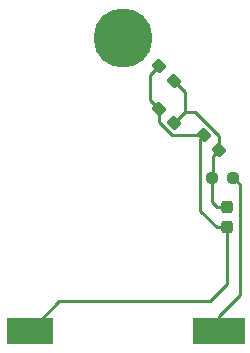
<source format=gtl>
G04 #@! TF.GenerationSoftware,KiCad,Pcbnew,(5.99.0-7130-gf32f8f566)*
G04 #@! TF.CreationDate,2020-11-25T00:50:19+01:00*
G04 #@! TF.ProjectId,FairyDustPin,46616972-7944-4757-9374-50696e2e6b69,rev?*
G04 #@! TF.SameCoordinates,Original*
G04 #@! TF.FileFunction,Copper,L1,Top*
G04 #@! TF.FilePolarity,Positive*
%FSLAX46Y46*%
G04 Gerber Fmt 4.6, Leading zero omitted, Abs format (unit mm)*
G04 Created by KiCad (PCBNEW (5.99.0-7130-gf32f8f566)) date 2020-11-25 00:50:19*
%MOMM*%
%LPD*%
G01*
G04 APERTURE LIST*
G04 Aperture macros list*
%AMRoundRect*
0 Rectangle with rounded corners*
0 $1 Rounding radius*
0 $2 $3 $4 $5 $6 $7 $8 $9 X,Y pos of 4 corners*
0 Add a 4 corners polygon primitive as box body*
4,1,4,$2,$3,$4,$5,$6,$7,$8,$9,$2,$3,0*
0 Add four circle primitives for the rounded corners*
1,1,$1+$1,$2,$3,0*
1,1,$1+$1,$4,$5,0*
1,1,$1+$1,$6,$7,0*
1,1,$1+$1,$8,$9,0*
0 Add four rect primitives between the rounded corners*
20,1,$1+$1,$2,$3,$4,$5,0*
20,1,$1+$1,$4,$5,$6,$7,0*
20,1,$1+$1,$6,$7,$8,$9,0*
20,1,$1+$1,$8,$9,$2,$3,0*%
G04 Aperture macros list end*
G04 #@! TA.AperFunction,SMDPad,CuDef*
%ADD10RoundRect,0.237500X0.237500X-0.287500X0.237500X0.287500X-0.237500X0.287500X-0.237500X-0.287500X0*%
G04 #@! TD*
G04 #@! TA.AperFunction,SMDPad,CuDef*
%ADD11RoundRect,0.237500X-0.371231X0.035355X0.035355X-0.371231X0.371231X-0.035355X-0.035355X0.371231X0*%
G04 #@! TD*
G04 #@! TA.AperFunction,SMDPad,CuDef*
%ADD12RoundRect,0.237500X0.250000X0.237500X-0.250000X0.237500X-0.250000X-0.237500X0.250000X-0.237500X0*%
G04 #@! TD*
G04 #@! TA.AperFunction,SMDPad,CuDef*
%ADD13R,4.400000X2.300000*%
G04 #@! TD*
G04 #@! TA.AperFunction,SMDPad,CuDef*
%ADD14R,4.000000X2.300000*%
G04 #@! TD*
G04 #@! TA.AperFunction,SMDPad,CuDef*
%ADD15C,5.000000*%
G04 #@! TD*
G04 #@! TA.AperFunction,Conductor*
%ADD16C,0.250000*%
G04 #@! TD*
G04 APERTURE END LIST*
D10*
G04 #@! TO.P,D3,1,K*
G04 #@! TO.N,GND*
X98700000Y-88225000D03*
G04 #@! TO.P,D3,2,A*
G04 #@! TO.N,Net-(D1-Pad2)*
X98700000Y-86475000D03*
G04 #@! TD*
D11*
G04 #@! TO.P,D1,1,K*
G04 #@! TO.N,GND*
X92981282Y-74581282D03*
G04 #@! TO.P,D1,2,A*
G04 #@! TO.N,Net-(D1-Pad2)*
X94218718Y-75818718D03*
G04 #@! TD*
D12*
G04 #@! TO.P,R1,1*
G04 #@! TO.N,VCC*
X99262500Y-84050000D03*
G04 #@! TO.P,R1,2*
G04 #@! TO.N,Net-(D1-Pad2)*
X97437500Y-84050000D03*
G04 #@! TD*
D13*
G04 #@! TO.P,BT1,1,+*
G04 #@! TO.N,VCC*
X98000000Y-97000000D03*
D14*
G04 #@! TO.P,BT1,2,-*
G04 #@! TO.N,GND*
X82000000Y-97000000D03*
G04 #@! TD*
D15*
G04 #@! TO.P,REF\u002A\u002A,1*
G04 #@! TO.N,N/C*
X89950000Y-72200000D03*
G04 #@! TD*
D11*
G04 #@! TO.P,D2,1,K*
G04 #@! TO.N,GND*
X96800000Y-80400000D03*
G04 #@! TO.P,D2,2,A*
G04 #@! TO.N,Net-(D1-Pad2)*
X98037436Y-81637436D03*
G04 #@! TD*
G04 #@! TO.P,D4,1,K*
G04 #@! TO.N,GND*
X92981282Y-78181282D03*
G04 #@! TO.P,D4,2,A*
G04 #@! TO.N,Net-(D1-Pad2)*
X94218718Y-79418718D03*
G04 #@! TD*
D16*
G04 #@! TO.N,GND*
X92981282Y-78181282D02*
X92200000Y-77400000D01*
X92981282Y-78181282D02*
X92981282Y-79312666D01*
X84500000Y-94500000D02*
X82000000Y-97000000D01*
X96464125Y-80735875D02*
X96464125Y-86814125D01*
X96464125Y-86814125D02*
X97875000Y-88225000D01*
X97875000Y-88225000D02*
X98700000Y-88225000D01*
X97250000Y-94500000D02*
X84500000Y-94500000D01*
X98700000Y-88225000D02*
X98700000Y-93050000D01*
X92981282Y-79312666D02*
X94068616Y-80400000D01*
X98700000Y-93050000D02*
X97250000Y-94500000D01*
X92200000Y-75362564D02*
X92981282Y-74581282D01*
X94068616Y-80400000D02*
X96800000Y-80400000D01*
X92200000Y-77400000D02*
X92200000Y-75362564D01*
X96800000Y-80400000D02*
X96464125Y-80735875D01*
G04 #@! TO.N,VCC*
X99800010Y-93949990D02*
X99800010Y-84587510D01*
X98000000Y-95750000D02*
X99800010Y-93949990D01*
X99800010Y-84587510D02*
X99262500Y-84050000D01*
X98000000Y-97000000D02*
X98000000Y-95750000D01*
G04 #@! TO.N,Net-(D1-Pad2)*
X98700000Y-86475000D02*
X97825000Y-86475000D01*
X97825000Y-86475000D02*
X97437500Y-86087500D01*
X98037436Y-80506052D02*
X95968820Y-78437436D01*
X94218718Y-75818718D02*
X95200000Y-76800000D01*
X95200000Y-76800000D02*
X95200000Y-78437436D01*
X95968820Y-78437436D02*
X95200000Y-78437436D01*
X97437500Y-86087500D02*
X97437500Y-84050000D01*
X95200000Y-78437436D02*
X94218718Y-79418718D01*
X97500000Y-83987500D02*
X97437500Y-84050000D01*
X98037436Y-81637436D02*
X97500000Y-82174872D01*
X97500000Y-82174872D02*
X97500000Y-83987500D01*
X98037436Y-81637436D02*
X98037436Y-80506052D01*
G04 #@! TD*
M02*

</source>
